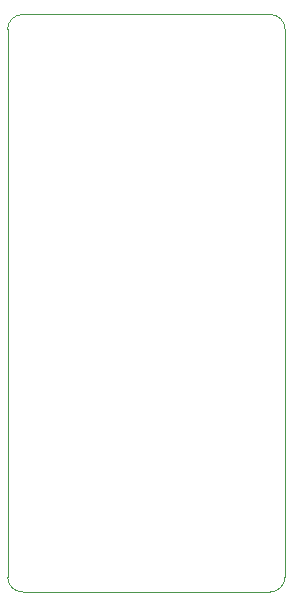
<source format=gbr>
%TF.GenerationSoftware,KiCad,Pcbnew,(6.0.2)*%
%TF.CreationDate,2025-12-01T11:41:36-08:00*%
%TF.ProjectId,ps2-xt,7073322d-7874-42e6-9b69-6361645f7063,rev?*%
%TF.SameCoordinates,Original*%
%TF.FileFunction,Profile,NP*%
%FSLAX46Y46*%
G04 Gerber Fmt 4.6, Leading zero omitted, Abs format (unit mm)*
G04 Created by KiCad (PCBNEW (6.0.2)) date 2025-12-01 11:41:36*
%MOMM*%
%LPD*%
G01*
G04 APERTURE LIST*
%TA.AperFunction,Profile*%
%ADD10C,0.100000*%
%TD*%
G04 APERTURE END LIST*
D10*
X149225000Y-127000000D02*
X128270000Y-127000000D01*
X127000000Y-125730000D02*
G75*
G03*
X128270000Y-127000000I1269999J-1D01*
G01*
X150495000Y-79375000D02*
G75*
G03*
X149225000Y-78105000I-1269999J1D01*
G01*
X149225000Y-78105000D02*
X128270000Y-78105000D01*
X128270000Y-78105000D02*
G75*
G03*
X127000000Y-79375000I-1J-1269999D01*
G01*
X127000000Y-125730000D02*
X127000000Y-79375000D01*
X149225000Y-127000000D02*
G75*
G03*
X150495000Y-125730000I1J1269999D01*
G01*
X150495000Y-125730000D02*
X150495000Y-79375000D01*
M02*

</source>
